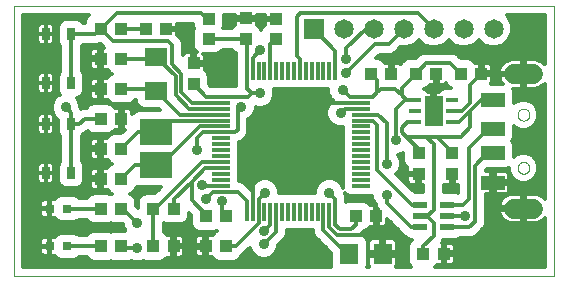
<source format=gtl>
G75*
%MOIN*%
%OFA0B0*%
%FSLAX25Y25*%
%IPPOS*%
%LPD*%
%AMOC8*
5,1,8,0,0,1.08239X$1,22.5*
%
%ADD10C,0.00000*%
%ADD11R,0.06299X0.01181*%
%ADD12R,0.01181X0.06299*%
%ADD13R,0.04331X0.01772*%
%ADD14R,0.06299X0.09843*%
%ADD15R,0.04252X0.04134*%
%ADD16R,0.04134X0.04252*%
%ADD17R,0.06299X0.07087*%
%ADD18R,0.03937X0.04331*%
%ADD19R,0.07480X0.05906*%
%ADD20R,0.04331X0.03937*%
%ADD21R,0.02559X0.04134*%
%ADD22R,0.04724X0.02362*%
%ADD23R,0.06500X0.06500*%
%ADD24C,0.06500*%
%ADD25C,0.06600*%
%ADD26R,0.07874X0.04724*%
%ADD27R,0.03150X0.03150*%
%ADD28R,0.10630X0.08661*%
%ADD29C,0.01200*%
%ADD30C,0.03562*%
D10*
X0024428Y0011800D02*
X0024428Y0101800D01*
X0204428Y0101800D01*
X0204428Y0011800D01*
X0024428Y0011800D01*
X0192459Y0047942D02*
X0192461Y0048030D01*
X0192467Y0048118D01*
X0192477Y0048206D01*
X0192491Y0048294D01*
X0192508Y0048380D01*
X0192530Y0048466D01*
X0192555Y0048550D01*
X0192585Y0048634D01*
X0192617Y0048716D01*
X0192654Y0048796D01*
X0192694Y0048875D01*
X0192738Y0048952D01*
X0192785Y0049027D01*
X0192835Y0049099D01*
X0192889Y0049170D01*
X0192945Y0049237D01*
X0193005Y0049303D01*
X0193067Y0049365D01*
X0193133Y0049425D01*
X0193200Y0049481D01*
X0193271Y0049535D01*
X0193343Y0049585D01*
X0193418Y0049632D01*
X0193495Y0049676D01*
X0193574Y0049716D01*
X0193654Y0049753D01*
X0193736Y0049785D01*
X0193820Y0049815D01*
X0193904Y0049840D01*
X0193990Y0049862D01*
X0194076Y0049879D01*
X0194164Y0049893D01*
X0194252Y0049903D01*
X0194340Y0049909D01*
X0194428Y0049911D01*
X0194516Y0049909D01*
X0194604Y0049903D01*
X0194692Y0049893D01*
X0194780Y0049879D01*
X0194866Y0049862D01*
X0194952Y0049840D01*
X0195036Y0049815D01*
X0195120Y0049785D01*
X0195202Y0049753D01*
X0195282Y0049716D01*
X0195361Y0049676D01*
X0195438Y0049632D01*
X0195513Y0049585D01*
X0195585Y0049535D01*
X0195656Y0049481D01*
X0195723Y0049425D01*
X0195789Y0049365D01*
X0195851Y0049303D01*
X0195911Y0049237D01*
X0195967Y0049170D01*
X0196021Y0049099D01*
X0196071Y0049027D01*
X0196118Y0048952D01*
X0196162Y0048875D01*
X0196202Y0048796D01*
X0196239Y0048716D01*
X0196271Y0048634D01*
X0196301Y0048550D01*
X0196326Y0048466D01*
X0196348Y0048380D01*
X0196365Y0048294D01*
X0196379Y0048206D01*
X0196389Y0048118D01*
X0196395Y0048030D01*
X0196397Y0047942D01*
X0196395Y0047854D01*
X0196389Y0047766D01*
X0196379Y0047678D01*
X0196365Y0047590D01*
X0196348Y0047504D01*
X0196326Y0047418D01*
X0196301Y0047334D01*
X0196271Y0047250D01*
X0196239Y0047168D01*
X0196202Y0047088D01*
X0196162Y0047009D01*
X0196118Y0046932D01*
X0196071Y0046857D01*
X0196021Y0046785D01*
X0195967Y0046714D01*
X0195911Y0046647D01*
X0195851Y0046581D01*
X0195789Y0046519D01*
X0195723Y0046459D01*
X0195656Y0046403D01*
X0195585Y0046349D01*
X0195513Y0046299D01*
X0195438Y0046252D01*
X0195361Y0046208D01*
X0195282Y0046168D01*
X0195202Y0046131D01*
X0195120Y0046099D01*
X0195036Y0046069D01*
X0194952Y0046044D01*
X0194866Y0046022D01*
X0194780Y0046005D01*
X0194692Y0045991D01*
X0194604Y0045981D01*
X0194516Y0045975D01*
X0194428Y0045973D01*
X0194340Y0045975D01*
X0194252Y0045981D01*
X0194164Y0045991D01*
X0194076Y0046005D01*
X0193990Y0046022D01*
X0193904Y0046044D01*
X0193820Y0046069D01*
X0193736Y0046099D01*
X0193654Y0046131D01*
X0193574Y0046168D01*
X0193495Y0046208D01*
X0193418Y0046252D01*
X0193343Y0046299D01*
X0193271Y0046349D01*
X0193200Y0046403D01*
X0193133Y0046459D01*
X0193067Y0046519D01*
X0193005Y0046581D01*
X0192945Y0046647D01*
X0192889Y0046714D01*
X0192835Y0046785D01*
X0192785Y0046857D01*
X0192738Y0046932D01*
X0192694Y0047009D01*
X0192654Y0047088D01*
X0192617Y0047168D01*
X0192585Y0047250D01*
X0192555Y0047334D01*
X0192530Y0047418D01*
X0192508Y0047504D01*
X0192491Y0047590D01*
X0192477Y0047678D01*
X0192467Y0047766D01*
X0192461Y0047854D01*
X0192459Y0047942D01*
X0192459Y0065658D02*
X0192461Y0065746D01*
X0192467Y0065834D01*
X0192477Y0065922D01*
X0192491Y0066010D01*
X0192508Y0066096D01*
X0192530Y0066182D01*
X0192555Y0066266D01*
X0192585Y0066350D01*
X0192617Y0066432D01*
X0192654Y0066512D01*
X0192694Y0066591D01*
X0192738Y0066668D01*
X0192785Y0066743D01*
X0192835Y0066815D01*
X0192889Y0066886D01*
X0192945Y0066953D01*
X0193005Y0067019D01*
X0193067Y0067081D01*
X0193133Y0067141D01*
X0193200Y0067197D01*
X0193271Y0067251D01*
X0193343Y0067301D01*
X0193418Y0067348D01*
X0193495Y0067392D01*
X0193574Y0067432D01*
X0193654Y0067469D01*
X0193736Y0067501D01*
X0193820Y0067531D01*
X0193904Y0067556D01*
X0193990Y0067578D01*
X0194076Y0067595D01*
X0194164Y0067609D01*
X0194252Y0067619D01*
X0194340Y0067625D01*
X0194428Y0067627D01*
X0194516Y0067625D01*
X0194604Y0067619D01*
X0194692Y0067609D01*
X0194780Y0067595D01*
X0194866Y0067578D01*
X0194952Y0067556D01*
X0195036Y0067531D01*
X0195120Y0067501D01*
X0195202Y0067469D01*
X0195282Y0067432D01*
X0195361Y0067392D01*
X0195438Y0067348D01*
X0195513Y0067301D01*
X0195585Y0067251D01*
X0195656Y0067197D01*
X0195723Y0067141D01*
X0195789Y0067081D01*
X0195851Y0067019D01*
X0195911Y0066953D01*
X0195967Y0066886D01*
X0196021Y0066815D01*
X0196071Y0066743D01*
X0196118Y0066668D01*
X0196162Y0066591D01*
X0196202Y0066512D01*
X0196239Y0066432D01*
X0196271Y0066350D01*
X0196301Y0066266D01*
X0196326Y0066182D01*
X0196348Y0066096D01*
X0196365Y0066010D01*
X0196379Y0065922D01*
X0196389Y0065834D01*
X0196395Y0065746D01*
X0196397Y0065658D01*
X0196395Y0065570D01*
X0196389Y0065482D01*
X0196379Y0065394D01*
X0196365Y0065306D01*
X0196348Y0065220D01*
X0196326Y0065134D01*
X0196301Y0065050D01*
X0196271Y0064966D01*
X0196239Y0064884D01*
X0196202Y0064804D01*
X0196162Y0064725D01*
X0196118Y0064648D01*
X0196071Y0064573D01*
X0196021Y0064501D01*
X0195967Y0064430D01*
X0195911Y0064363D01*
X0195851Y0064297D01*
X0195789Y0064235D01*
X0195723Y0064175D01*
X0195656Y0064119D01*
X0195585Y0064065D01*
X0195513Y0064015D01*
X0195438Y0063968D01*
X0195361Y0063924D01*
X0195282Y0063884D01*
X0195202Y0063847D01*
X0195120Y0063815D01*
X0195036Y0063785D01*
X0194952Y0063760D01*
X0194866Y0063738D01*
X0194780Y0063721D01*
X0194692Y0063707D01*
X0194604Y0063697D01*
X0194516Y0063691D01*
X0194428Y0063689D01*
X0194340Y0063691D01*
X0194252Y0063697D01*
X0194164Y0063707D01*
X0194076Y0063721D01*
X0193990Y0063738D01*
X0193904Y0063760D01*
X0193820Y0063785D01*
X0193736Y0063815D01*
X0193654Y0063847D01*
X0193574Y0063884D01*
X0193495Y0063924D01*
X0193418Y0063968D01*
X0193343Y0064015D01*
X0193271Y0064065D01*
X0193200Y0064119D01*
X0193133Y0064175D01*
X0193067Y0064235D01*
X0193005Y0064297D01*
X0192945Y0064363D01*
X0192889Y0064430D01*
X0192835Y0064501D01*
X0192785Y0064573D01*
X0192738Y0064648D01*
X0192694Y0064725D01*
X0192654Y0064804D01*
X0192617Y0064884D01*
X0192585Y0064966D01*
X0192555Y0065050D01*
X0192530Y0065134D01*
X0192508Y0065220D01*
X0192491Y0065306D01*
X0192477Y0065394D01*
X0192467Y0065482D01*
X0192461Y0065570D01*
X0192459Y0065658D01*
D11*
X0140354Y0065658D03*
X0140354Y0067627D03*
X0140354Y0069595D03*
X0140354Y0071564D03*
X0140354Y0063690D03*
X0140354Y0061721D03*
X0140354Y0059753D03*
X0140354Y0057784D03*
X0140354Y0055816D03*
X0140354Y0053847D03*
X0140354Y0051879D03*
X0140354Y0049910D03*
X0140354Y0047942D03*
X0140354Y0045973D03*
X0140354Y0044005D03*
X0140354Y0042036D03*
X0093503Y0042036D03*
X0093503Y0044005D03*
X0093503Y0045973D03*
X0093503Y0047942D03*
X0093503Y0049910D03*
X0093503Y0051879D03*
X0093503Y0053847D03*
X0093503Y0055816D03*
X0093503Y0057784D03*
X0093503Y0059753D03*
X0093503Y0061721D03*
X0093503Y0063690D03*
X0093503Y0065658D03*
X0093503Y0067627D03*
X0093503Y0069595D03*
X0093503Y0071564D03*
D12*
X0102165Y0080225D03*
X0104133Y0080225D03*
X0106102Y0080225D03*
X0108070Y0080225D03*
X0110039Y0080225D03*
X0112007Y0080225D03*
X0113976Y0080225D03*
X0115944Y0080225D03*
X0117913Y0080225D03*
X0119881Y0080225D03*
X0121850Y0080225D03*
X0123818Y0080225D03*
X0125787Y0080225D03*
X0127755Y0080225D03*
X0129724Y0080225D03*
X0131692Y0080225D03*
X0131692Y0033375D03*
X0129724Y0033375D03*
X0127755Y0033375D03*
X0125787Y0033375D03*
X0123818Y0033375D03*
X0121850Y0033375D03*
X0119881Y0033375D03*
X0117913Y0033375D03*
X0115944Y0033375D03*
X0113976Y0033375D03*
X0112007Y0033375D03*
X0110039Y0033375D03*
X0108070Y0033375D03*
X0106102Y0033375D03*
X0104133Y0033375D03*
X0102165Y0033375D03*
D13*
X0158129Y0063060D03*
X0158129Y0066800D03*
X0158129Y0070540D03*
X0170728Y0070540D03*
X0170728Y0066800D03*
X0170728Y0063060D03*
D14*
X0164428Y0066800D03*
D15*
X0159428Y0052745D03*
X0170678Y0052745D03*
X0170678Y0045855D03*
X0159428Y0045855D03*
X0084428Y0075855D03*
X0084428Y0082745D03*
X0101928Y0090855D03*
X0101928Y0097745D03*
D16*
X0060373Y0094300D03*
X0053484Y0094300D03*
X0053484Y0084300D03*
X0060373Y0084300D03*
X0060373Y0074300D03*
X0053484Y0074300D03*
X0053484Y0064300D03*
X0060373Y0064300D03*
X0060373Y0054300D03*
X0053484Y0054300D03*
X0053484Y0044300D03*
X0060373Y0044300D03*
X0070984Y0034300D03*
X0077873Y0034300D03*
X0088484Y0021800D03*
X0095373Y0021800D03*
X0138484Y0031800D03*
X0145373Y0031800D03*
X0160984Y0019300D03*
X0167873Y0019300D03*
X0165373Y0079300D03*
X0158484Y0079300D03*
X0150373Y0079300D03*
X0143484Y0079300D03*
X0173484Y0079300D03*
X0180373Y0079300D03*
D17*
X0147440Y0019300D03*
X0136417Y0019300D03*
D18*
X0095275Y0031800D03*
X0088582Y0031800D03*
X0077775Y0021800D03*
X0071082Y0021800D03*
X0060275Y0021800D03*
X0053582Y0021800D03*
X0053582Y0034300D03*
X0060275Y0034300D03*
X0068582Y0094300D03*
X0075275Y0094300D03*
D19*
X0071928Y0085009D03*
X0071928Y0073591D03*
D20*
X0089428Y0090954D03*
X0089428Y0097646D03*
X0111928Y0097646D03*
X0111928Y0090954D03*
D21*
X0043661Y0092469D03*
X0035196Y0092469D03*
X0035196Y0076131D03*
X0043661Y0076131D03*
X0043661Y0062469D03*
X0035196Y0062469D03*
X0035196Y0046131D03*
X0043661Y0046131D03*
D22*
X0159901Y0035540D03*
X0159901Y0031800D03*
X0159901Y0028060D03*
X0168956Y0028060D03*
X0168956Y0031800D03*
X0168956Y0035540D03*
D23*
X0124428Y0094300D03*
D24*
X0134428Y0094300D03*
X0144428Y0094300D03*
X0154428Y0094300D03*
X0164428Y0094300D03*
X0174428Y0094300D03*
X0184428Y0094300D03*
D25*
X0191128Y0079241D02*
X0197728Y0079241D01*
X0197728Y0034359D02*
X0191128Y0034359D01*
D26*
X0184192Y0043020D03*
X0184192Y0052863D03*
X0184192Y0060737D03*
X0184192Y0070580D03*
D27*
X0042381Y0034300D03*
X0036476Y0034300D03*
X0036476Y0021800D03*
X0042381Y0021800D03*
D28*
X0071928Y0048788D03*
X0071928Y0059812D03*
D29*
X0065885Y0059812D01*
X0060373Y0054300D01*
X0055722Y0058026D02*
X0053917Y0058026D01*
X0053917Y0054734D01*
X0053050Y0054734D01*
X0053050Y0058026D01*
X0051206Y0058026D01*
X0050799Y0057917D01*
X0050434Y0057706D01*
X0050136Y0057408D01*
X0049926Y0057044D01*
X0049817Y0056637D01*
X0049817Y0054733D01*
X0053050Y0054733D01*
X0053050Y0053867D01*
X0049817Y0053867D01*
X0049817Y0051963D01*
X0049926Y0051556D01*
X0050136Y0051192D01*
X0050434Y0050894D01*
X0050799Y0050683D01*
X0051206Y0050574D01*
X0053050Y0050574D01*
X0053050Y0053866D01*
X0053917Y0053866D01*
X0053917Y0050574D01*
X0055722Y0050574D01*
X0055763Y0050475D01*
X0056607Y0049631D01*
X0057406Y0049300D01*
X0056607Y0048969D01*
X0055763Y0048125D01*
X0055722Y0048026D01*
X0053917Y0048026D01*
X0053917Y0044734D01*
X0053050Y0044734D01*
X0053050Y0048026D01*
X0051206Y0048026D01*
X0050799Y0047917D01*
X0050434Y0047706D01*
X0050136Y0047408D01*
X0049926Y0047044D01*
X0049817Y0046637D01*
X0049817Y0044733D01*
X0053050Y0044733D01*
X0053050Y0043867D01*
X0049817Y0043867D01*
X0049817Y0041963D01*
X0049926Y0041556D01*
X0050136Y0041192D01*
X0050434Y0040894D01*
X0050799Y0040683D01*
X0051206Y0040574D01*
X0053050Y0040574D01*
X0053050Y0043866D01*
X0053917Y0043866D01*
X0053917Y0040574D01*
X0055722Y0040574D01*
X0055763Y0040475D01*
X0056607Y0039631D01*
X0057358Y0039320D01*
X0056928Y0039142D01*
X0056147Y0039465D01*
X0051017Y0039465D01*
X0049914Y0039009D01*
X0049070Y0038165D01*
X0048961Y0037900D01*
X0046173Y0037900D01*
X0045655Y0038418D01*
X0044553Y0038875D01*
X0040210Y0038875D01*
X0039107Y0038418D01*
X0038263Y0037574D01*
X0038222Y0037475D01*
X0036663Y0037475D01*
X0036663Y0034487D01*
X0036288Y0034487D01*
X0036288Y0034113D01*
X0033301Y0034113D01*
X0033301Y0032515D01*
X0033410Y0032108D01*
X0033621Y0031743D01*
X0033918Y0031445D01*
X0034283Y0031234D01*
X0034690Y0031125D01*
X0036288Y0031125D01*
X0036288Y0034113D01*
X0036663Y0034113D01*
X0036663Y0031125D01*
X0038222Y0031125D01*
X0038263Y0031026D01*
X0039107Y0030182D01*
X0040210Y0029725D01*
X0044553Y0029725D01*
X0045655Y0030182D01*
X0046173Y0030700D01*
X0048961Y0030700D01*
X0049070Y0030435D01*
X0049914Y0029591D01*
X0051017Y0029135D01*
X0056147Y0029135D01*
X0056928Y0029458D01*
X0057710Y0029135D01*
X0060897Y0029135D01*
X0060897Y0028661D01*
X0061600Y0026965D01*
X0057710Y0026965D01*
X0056928Y0026642D01*
X0056147Y0026965D01*
X0051017Y0026965D01*
X0049914Y0026509D01*
X0049070Y0025665D01*
X0048961Y0025400D01*
X0046173Y0025400D01*
X0045655Y0025918D01*
X0044553Y0026375D01*
X0040210Y0026375D01*
X0039107Y0025918D01*
X0038263Y0025074D01*
X0038222Y0024975D01*
X0036663Y0024975D01*
X0036663Y0021987D01*
X0036288Y0021987D01*
X0036288Y0021613D01*
X0033301Y0021613D01*
X0033301Y0020015D01*
X0033410Y0019608D01*
X0033621Y0019243D01*
X0033918Y0018945D01*
X0034283Y0018734D01*
X0034690Y0018625D01*
X0036288Y0018625D01*
X0036288Y0021613D01*
X0036663Y0021613D01*
X0036663Y0018625D01*
X0038222Y0018625D01*
X0038263Y0018526D01*
X0039107Y0017682D01*
X0040210Y0017225D01*
X0044553Y0017225D01*
X0045655Y0017682D01*
X0046173Y0018200D01*
X0048961Y0018200D01*
X0049070Y0017935D01*
X0049914Y0017091D01*
X0051017Y0016635D01*
X0056147Y0016635D01*
X0056928Y0016958D01*
X0057710Y0016635D01*
X0062840Y0016635D01*
X0063493Y0016905D01*
X0064727Y0016394D01*
X0066629Y0016394D01*
X0067864Y0016905D01*
X0068517Y0016635D01*
X0073647Y0016635D01*
X0074750Y0017091D01*
X0075594Y0017935D01*
X0075635Y0018035D01*
X0077391Y0018035D01*
X0077391Y0021416D01*
X0078159Y0021416D01*
X0078159Y0022184D01*
X0081343Y0022184D01*
X0081343Y0024176D01*
X0081234Y0024583D01*
X0081024Y0024948D01*
X0080726Y0025246D01*
X0080361Y0025456D01*
X0079954Y0025565D01*
X0078159Y0025565D01*
X0078159Y0022184D01*
X0077391Y0022184D01*
X0077391Y0025565D01*
X0075635Y0025565D01*
X0075594Y0025665D01*
X0074750Y0026509D01*
X0074584Y0026578D01*
X0074584Y0029433D01*
X0075210Y0029174D01*
X0080537Y0029174D01*
X0081640Y0029631D01*
X0082484Y0030475D01*
X0082940Y0031577D01*
X0082940Y0032885D01*
X0083614Y0032211D01*
X0083614Y0029038D01*
X0084070Y0027935D01*
X0084914Y0027091D01*
X0086017Y0026635D01*
X0091147Y0026635D01*
X0091928Y0026958D01*
X0092358Y0026780D01*
X0091607Y0026469D01*
X0090763Y0025625D01*
X0090722Y0025526D01*
X0088917Y0025526D01*
X0088917Y0022234D01*
X0088050Y0022234D01*
X0088050Y0025526D01*
X0086206Y0025526D01*
X0085799Y0025417D01*
X0085434Y0025206D01*
X0085136Y0024908D01*
X0084926Y0024544D01*
X0084817Y0024137D01*
X0084817Y0022233D01*
X0088050Y0022233D01*
X0088050Y0021367D01*
X0084817Y0021367D01*
X0084817Y0019463D01*
X0084926Y0019056D01*
X0085136Y0018692D01*
X0085434Y0018394D01*
X0085799Y0018183D01*
X0086206Y0018074D01*
X0088050Y0018074D01*
X0088050Y0021366D01*
X0088917Y0021366D01*
X0088917Y0018074D01*
X0090722Y0018074D01*
X0090763Y0017975D01*
X0091607Y0017131D01*
X0092710Y0016674D01*
X0098037Y0016674D01*
X0099140Y0017131D01*
X0099984Y0017975D01*
X0100257Y0018635D01*
X0100530Y0018748D01*
X0101543Y0019761D01*
X0103135Y0021353D01*
X0103813Y0019717D01*
X0105158Y0018372D01*
X0106915Y0017644D01*
X0108817Y0017644D01*
X0110574Y0018372D01*
X0111919Y0019717D01*
X0112647Y0021474D01*
X0112647Y0022115D01*
X0115059Y0024527D01*
X0115607Y0025850D01*
X0115607Y0027225D01*
X0124155Y0027225D01*
X0124155Y0026507D01*
X0124703Y0025184D01*
X0130267Y0019620D01*
X0130267Y0015160D01*
X0130416Y0014800D01*
X0027428Y0014800D01*
X0027428Y0098800D01*
X0049548Y0098800D01*
X0048873Y0098125D01*
X0048417Y0097023D01*
X0048417Y0096069D01*
X0047552Y0096069D01*
X0047484Y0096236D01*
X0046640Y0097079D01*
X0045537Y0097536D01*
X0041784Y0097536D01*
X0040682Y0097079D01*
X0039838Y0096236D01*
X0039381Y0095133D01*
X0039381Y0089806D01*
X0039838Y0088703D01*
X0040061Y0088480D01*
X0040061Y0080120D01*
X0039838Y0079897D01*
X0039381Y0078794D01*
X0039381Y0073467D01*
X0039838Y0072364D01*
X0039842Y0072361D01*
X0039220Y0072103D01*
X0037875Y0070758D01*
X0037147Y0069001D01*
X0037147Y0067099D01*
X0037875Y0065342D01*
X0039220Y0063997D01*
X0039381Y0063930D01*
X0039381Y0059806D01*
X0039838Y0058703D01*
X0040061Y0058480D01*
X0040061Y0050120D01*
X0039838Y0049897D01*
X0039381Y0048794D01*
X0039381Y0043467D01*
X0039838Y0042364D01*
X0040682Y0041520D01*
X0041784Y0041064D01*
X0045537Y0041064D01*
X0046640Y0041520D01*
X0047484Y0042364D01*
X0047940Y0043467D01*
X0047940Y0048794D01*
X0047484Y0049897D01*
X0047261Y0050120D01*
X0047261Y0058480D01*
X0047484Y0058703D01*
X0047641Y0059082D01*
X0048343Y0059373D01*
X0049159Y0060189D01*
X0049717Y0059631D01*
X0050820Y0059174D01*
X0056147Y0059174D01*
X0057250Y0059631D01*
X0058094Y0060475D01*
X0058135Y0060574D01*
X0059940Y0060574D01*
X0059940Y0063866D01*
X0060807Y0063866D01*
X0060807Y0060574D01*
X0061556Y0060574D01*
X0060408Y0059426D01*
X0057710Y0059426D01*
X0056607Y0058969D01*
X0055763Y0058125D01*
X0055722Y0058026D01*
X0056180Y0058542D02*
X0047323Y0058542D01*
X0047261Y0057343D02*
X0050099Y0057343D01*
X0049817Y0056145D02*
X0047261Y0056145D01*
X0047261Y0054946D02*
X0049817Y0054946D01*
X0049817Y0053748D02*
X0047261Y0053748D01*
X0047261Y0052549D02*
X0049817Y0052549D01*
X0050044Y0051351D02*
X0047261Y0051351D01*
X0047261Y0050152D02*
X0056085Y0050152D01*
X0056592Y0048954D02*
X0047874Y0048954D01*
X0047940Y0047755D02*
X0050519Y0047755D01*
X0049817Y0046557D02*
X0047940Y0046557D01*
X0047940Y0045358D02*
X0049817Y0045358D01*
X0047940Y0044160D02*
X0053050Y0044160D01*
X0053050Y0045358D02*
X0053917Y0045358D01*
X0053917Y0046557D02*
X0053050Y0046557D01*
X0053050Y0047755D02*
X0053917Y0047755D01*
X0060373Y0044300D02*
X0064862Y0048788D01*
X0071928Y0048788D01*
X0073604Y0048788D01*
X0086537Y0061721D01*
X0093503Y0061721D01*
X0093503Y0059753D02*
X0087694Y0059753D01*
X0085678Y0057737D01*
X0085678Y0053987D01*
X0087226Y0049910D02*
X0071616Y0034300D01*
X0070984Y0034300D01*
X0070984Y0021898D01*
X0071082Y0021800D01*
X0065678Y0021175D02*
X0060900Y0021175D01*
X0060275Y0021800D01*
X0053582Y0021800D02*
X0042381Y0021800D01*
X0038226Y0024984D02*
X0027428Y0024984D01*
X0027428Y0026182D02*
X0039745Y0026182D01*
X0036288Y0024975D02*
X0034690Y0024975D01*
X0034283Y0024866D01*
X0033918Y0024655D01*
X0033621Y0024357D01*
X0033410Y0023992D01*
X0033301Y0023585D01*
X0033301Y0021987D01*
X0036288Y0021987D01*
X0036288Y0024975D01*
X0036288Y0023785D02*
X0036663Y0023785D01*
X0036663Y0022587D02*
X0036288Y0022587D01*
X0036288Y0021388D02*
X0036663Y0021388D01*
X0036663Y0020190D02*
X0036288Y0020190D01*
X0036288Y0018991D02*
X0036663Y0018991D01*
X0038996Y0017793D02*
X0027428Y0017793D01*
X0027428Y0018991D02*
X0033872Y0018991D01*
X0033301Y0020190D02*
X0027428Y0020190D01*
X0027428Y0021388D02*
X0033301Y0021388D01*
X0033301Y0022587D02*
X0027428Y0022587D01*
X0027428Y0023785D02*
X0033354Y0023785D01*
X0027428Y0027381D02*
X0061428Y0027381D01*
X0060931Y0028579D02*
X0027428Y0028579D01*
X0027428Y0029778D02*
X0040083Y0029778D01*
X0038313Y0030976D02*
X0027428Y0030976D01*
X0027428Y0032175D02*
X0033392Y0032175D01*
X0033301Y0033373D02*
X0027428Y0033373D01*
X0027428Y0034572D02*
X0033301Y0034572D01*
X0033301Y0034487D02*
X0036288Y0034487D01*
X0036288Y0037475D01*
X0034690Y0037475D01*
X0034283Y0037366D01*
X0033918Y0037155D01*
X0033621Y0036857D01*
X0033410Y0036492D01*
X0033301Y0036085D01*
X0033301Y0034487D01*
X0033301Y0035770D02*
X0027428Y0035770D01*
X0027428Y0036969D02*
X0033732Y0036969D01*
X0036288Y0036969D02*
X0036663Y0036969D01*
X0036663Y0035770D02*
X0036288Y0035770D01*
X0036288Y0034572D02*
X0036663Y0034572D01*
X0036663Y0033373D02*
X0036288Y0033373D01*
X0036288Y0032175D02*
X0036663Y0032175D01*
X0042381Y0034300D02*
X0053582Y0034300D01*
X0060275Y0034300D02*
X0060991Y0034300D01*
X0065678Y0029612D01*
X0065917Y0034465D02*
X0065243Y0035139D01*
X0065243Y0037062D01*
X0064787Y0038165D01*
X0063943Y0039009D01*
X0063290Y0039279D01*
X0064140Y0039631D01*
X0064984Y0040475D01*
X0065440Y0041577D01*
X0065440Y0041696D01*
X0066017Y0041457D01*
X0073682Y0041457D01*
X0071651Y0039426D01*
X0068320Y0039426D01*
X0067217Y0038969D01*
X0066373Y0038125D01*
X0065917Y0037023D01*
X0065917Y0034465D01*
X0065917Y0034572D02*
X0065810Y0034572D01*
X0065917Y0035770D02*
X0065243Y0035770D01*
X0065243Y0036969D02*
X0065917Y0036969D01*
X0066415Y0038167D02*
X0064784Y0038167D01*
X0063500Y0039366D02*
X0068175Y0039366D01*
X0065021Y0040564D02*
X0072789Y0040564D01*
X0077866Y0037425D02*
X0083803Y0043362D01*
X0088383Y0047942D01*
X0093503Y0047942D01*
X0093503Y0049910D02*
X0087226Y0049910D01*
X0083803Y0043362D02*
X0083803Y0037113D01*
X0088582Y0032334D01*
X0088582Y0031800D01*
X0083614Y0032175D02*
X0082940Y0032175D01*
X0082691Y0030976D02*
X0083614Y0030976D01*
X0083614Y0029778D02*
X0081787Y0029778D01*
X0083804Y0028579D02*
X0074584Y0028579D01*
X0074584Y0027381D02*
X0084625Y0027381D01*
X0085212Y0024984D02*
X0080988Y0024984D01*
X0081343Y0023785D02*
X0084817Y0023785D01*
X0084817Y0022587D02*
X0081343Y0022587D01*
X0081343Y0021416D02*
X0078159Y0021416D01*
X0078159Y0018035D01*
X0079954Y0018035D01*
X0080361Y0018144D01*
X0080726Y0018354D01*
X0081024Y0018652D01*
X0081234Y0019017D01*
X0081343Y0019424D01*
X0081343Y0021416D01*
X0081343Y0021388D02*
X0088050Y0021388D01*
X0088050Y0020190D02*
X0088917Y0020190D01*
X0088917Y0018991D02*
X0088050Y0018991D01*
X0084963Y0018991D02*
X0081219Y0018991D01*
X0081343Y0020190D02*
X0084817Y0020190D01*
X0088050Y0022587D02*
X0088917Y0022587D01*
X0088917Y0023785D02*
X0088050Y0023785D01*
X0088050Y0024984D02*
X0088917Y0024984D01*
X0091320Y0026182D02*
X0075076Y0026182D01*
X0077391Y0024984D02*
X0078159Y0024984D01*
X0078159Y0023785D02*
X0077391Y0023785D01*
X0077391Y0022587D02*
X0078159Y0022587D01*
X0078159Y0021388D02*
X0077391Y0021388D01*
X0077391Y0020190D02*
X0078159Y0020190D01*
X0078159Y0018991D02*
X0077391Y0018991D01*
X0075451Y0017793D02*
X0090945Y0017793D01*
X0095373Y0021800D02*
X0098491Y0021800D01*
X0106102Y0029411D01*
X0106102Y0033375D01*
X0106102Y0037536D01*
X0108178Y0039613D01*
X0103448Y0040685D02*
X0102168Y0041964D01*
X0101155Y0042977D01*
X0099832Y0043525D01*
X0099653Y0043525D01*
X0099653Y0056409D01*
X0100358Y0056701D01*
X0101155Y0057498D01*
X0102168Y0058511D01*
X0102716Y0059834D01*
X0102716Y0064161D01*
X0103074Y0064309D01*
X0104419Y0065654D01*
X0105147Y0067411D01*
X0105147Y0068171D01*
X0105665Y0067956D01*
X0107567Y0067956D01*
X0109324Y0068684D01*
X0110669Y0070029D01*
X0111397Y0071786D01*
X0111397Y0073689D01*
X0111237Y0074076D01*
X0129335Y0074076D01*
X0129335Y0073036D01*
X0130063Y0071279D01*
X0131017Y0070325D01*
X0130783Y0070228D01*
X0129438Y0068883D01*
X0128710Y0067126D01*
X0128710Y0065224D01*
X0129438Y0063467D01*
X0130783Y0062122D01*
X0132540Y0061394D01*
X0134204Y0061394D01*
X0134204Y0041331D01*
X0133794Y0042321D01*
X0132449Y0043666D01*
X0130692Y0044394D01*
X0128790Y0044394D01*
X0127033Y0043666D01*
X0125688Y0042321D01*
X0124960Y0040564D01*
X0112959Y0040564D01*
X0112960Y0040564D02*
X0112232Y0042321D01*
X0110887Y0043666D01*
X0109129Y0044394D01*
X0107227Y0044394D01*
X0105470Y0043666D01*
X0104125Y0042321D01*
X0103448Y0040685D01*
X0103894Y0041763D02*
X0102369Y0041763D01*
X0101171Y0042961D02*
X0104766Y0042961D01*
X0104133Y0044005D02*
X0109428Y0049300D01*
X0099653Y0048954D02*
X0134204Y0048954D01*
X0134204Y0050152D02*
X0099653Y0050152D01*
X0099653Y0051351D02*
X0134204Y0051351D01*
X0134204Y0052549D02*
X0099653Y0052549D01*
X0099653Y0053748D02*
X0134204Y0053748D01*
X0134204Y0054946D02*
X0099653Y0054946D01*
X0099653Y0056145D02*
X0134204Y0056145D01*
X0134204Y0057343D02*
X0101001Y0057343D01*
X0102181Y0058542D02*
X0134204Y0058542D01*
X0134204Y0059740D02*
X0102677Y0059740D01*
X0102716Y0060939D02*
X0134204Y0060939D01*
X0130767Y0062137D02*
X0102716Y0062137D01*
X0102716Y0063336D02*
X0129568Y0063336D01*
X0128995Y0064534D02*
X0103299Y0064534D01*
X0104452Y0065733D02*
X0128710Y0065733D01*
X0128710Y0066932D02*
X0104948Y0066932D01*
X0105147Y0068130D02*
X0105246Y0068130D01*
X0107986Y0068130D02*
X0129126Y0068130D01*
X0129883Y0069329D02*
X0109969Y0069329D01*
X0110875Y0070527D02*
X0130815Y0070527D01*
X0129724Y0069595D02*
X0124428Y0064300D01*
X0133491Y0066175D02*
X0134943Y0067627D01*
X0140354Y0067627D01*
X0140354Y0065658D02*
X0145883Y0065658D01*
X0148803Y0062737D01*
X0148803Y0049300D01*
X0153129Y0051351D02*
X0154302Y0051351D01*
X0154302Y0052549D02*
X0153406Y0052549D01*
X0152879Y0052331D02*
X0154302Y0052921D01*
X0154302Y0050081D01*
X0154759Y0048979D01*
X0155603Y0048135D01*
X0155702Y0048094D01*
X0155702Y0046289D01*
X0158995Y0046289D01*
X0158995Y0045422D01*
X0155702Y0045422D01*
X0155702Y0043578D01*
X0155812Y0043171D01*
X0156022Y0042806D01*
X0156320Y0042508D01*
X0156685Y0042297D01*
X0157092Y0042188D01*
X0158995Y0042188D01*
X0158995Y0045422D01*
X0159862Y0045422D01*
X0159862Y0042188D01*
X0160828Y0042188D01*
X0160828Y0039721D01*
X0158161Y0039721D01*
X0152074Y0045809D01*
X0152857Y0046592D01*
X0153585Y0048349D01*
X0153585Y0050251D01*
X0152857Y0052008D01*
X0152534Y0052331D01*
X0152879Y0052331D01*
X0153585Y0050152D02*
X0154302Y0050152D01*
X0154784Y0048954D02*
X0153585Y0048954D01*
X0153339Y0047755D02*
X0155702Y0047755D01*
X0155702Y0046557D02*
X0152822Y0046557D01*
X0152524Y0045358D02*
X0155702Y0045358D01*
X0155702Y0044160D02*
X0153722Y0044160D01*
X0154921Y0042961D02*
X0155932Y0042961D01*
X0156119Y0041763D02*
X0160828Y0041763D01*
X0160828Y0040564D02*
X0157318Y0040564D01*
X0158995Y0042961D02*
X0159862Y0042961D01*
X0159862Y0044160D02*
X0158995Y0044160D01*
X0158995Y0045358D02*
X0159862Y0045358D01*
X0168028Y0042272D02*
X0168342Y0042188D01*
X0170245Y0042188D01*
X0170245Y0045422D01*
X0171112Y0045422D01*
X0171112Y0042188D01*
X0172703Y0042188D01*
X0172703Y0039395D01*
X0171915Y0039721D01*
X0168028Y0039721D01*
X0168028Y0042272D01*
X0168028Y0041763D02*
X0172703Y0041763D01*
X0172703Y0040564D02*
X0168028Y0040564D01*
X0170245Y0042961D02*
X0171112Y0042961D01*
X0171112Y0044160D02*
X0170245Y0044160D01*
X0170245Y0045358D02*
X0171112Y0045358D01*
X0178178Y0048675D02*
X0182366Y0052863D01*
X0184192Y0052863D01*
X0191129Y0052549D02*
X0192569Y0052549D01*
X0193440Y0052910D02*
X0191614Y0052154D01*
X0191129Y0051669D01*
X0191129Y0055822D01*
X0190724Y0056800D01*
X0191129Y0057778D01*
X0191129Y0061931D01*
X0191614Y0061446D01*
X0193440Y0060690D01*
X0195417Y0060690D01*
X0197243Y0061446D01*
X0198641Y0062844D01*
X0199397Y0064670D01*
X0199397Y0066647D01*
X0198641Y0068473D01*
X0197243Y0069870D01*
X0195417Y0070627D01*
X0193440Y0070627D01*
X0191614Y0069870D01*
X0191129Y0069386D01*
X0191129Y0073538D01*
X0190797Y0074341D01*
X0194044Y0074341D01*
X0194044Y0078857D01*
X0186228Y0078857D01*
X0186228Y0078855D01*
X0186349Y0078094D01*
X0186587Y0077360D01*
X0186938Y0076673D01*
X0187391Y0076049D01*
X0187498Y0075942D01*
X0183471Y0075942D01*
X0183721Y0076192D01*
X0183931Y0076556D01*
X0184040Y0076963D01*
X0184040Y0078867D01*
X0180807Y0078867D01*
X0180807Y0079733D01*
X0184040Y0079733D01*
X0184040Y0081637D01*
X0183931Y0082044D01*
X0183721Y0082408D01*
X0183423Y0082706D01*
X0183058Y0082917D01*
X0182651Y0083026D01*
X0180807Y0083026D01*
X0180807Y0079734D01*
X0179940Y0079734D01*
X0179940Y0083026D01*
X0178135Y0083026D01*
X0178094Y0083125D01*
X0177250Y0083969D01*
X0176147Y0084426D01*
X0173456Y0084426D01*
X0173105Y0084777D01*
X0172093Y0085789D01*
X0170770Y0086337D01*
X0161205Y0086337D01*
X0159882Y0085789D01*
X0158518Y0084426D01*
X0155820Y0084426D01*
X0154717Y0083969D01*
X0153873Y0083125D01*
X0153619Y0082510D01*
X0153423Y0082706D01*
X0153058Y0082917D01*
X0152651Y0083026D01*
X0150807Y0083026D01*
X0150807Y0079734D01*
X0149940Y0079734D01*
X0149940Y0083026D01*
X0148135Y0083026D01*
X0148094Y0083125D01*
X0147250Y0083969D01*
X0146147Y0084426D01*
X0145271Y0084426D01*
X0146545Y0085700D01*
X0150145Y0085700D01*
X0151468Y0086248D01*
X0152480Y0087261D01*
X0153270Y0088050D01*
X0155672Y0088050D01*
X0157969Y0089002D01*
X0159428Y0090461D01*
X0160888Y0089002D01*
X0163185Y0088050D01*
X0165672Y0088050D01*
X0167969Y0089002D01*
X0169428Y0090461D01*
X0170888Y0089002D01*
X0173185Y0088050D01*
X0175672Y0088050D01*
X0177969Y0089002D01*
X0179428Y0090461D01*
X0180888Y0089002D01*
X0183185Y0088050D01*
X0185672Y0088050D01*
X0187969Y0089002D01*
X0189727Y0090760D01*
X0190678Y0093057D01*
X0190678Y0095543D01*
X0189727Y0097840D01*
X0188767Y0098800D01*
X0201428Y0098800D01*
X0201428Y0082471D01*
X0200921Y0082978D01*
X0200297Y0083432D01*
X0199609Y0083782D01*
X0198876Y0084020D01*
X0198114Y0084141D01*
X0194813Y0084141D01*
X0194813Y0079625D01*
X0194044Y0079625D01*
X0194044Y0078857D01*
X0194813Y0078857D01*
X0194813Y0074341D01*
X0198114Y0074341D01*
X0198876Y0074462D01*
X0199609Y0074700D01*
X0200297Y0075050D01*
X0200921Y0075503D01*
X0201428Y0076011D01*
X0201428Y0037589D01*
X0200921Y0038097D01*
X0200297Y0038550D01*
X0199609Y0038900D01*
X0198876Y0039138D01*
X0198114Y0039259D01*
X0194813Y0039259D01*
X0194813Y0034743D01*
X0194044Y0034743D01*
X0194044Y0033975D01*
X0186228Y0033975D01*
X0186228Y0033973D01*
X0186349Y0033212D01*
X0186587Y0032478D01*
X0186938Y0031791D01*
X0187391Y0031167D01*
X0187936Y0030622D01*
X0188560Y0030168D01*
X0189248Y0029818D01*
X0189981Y0029580D01*
X0190743Y0029459D01*
X0194044Y0029459D01*
X0194044Y0033975D01*
X0194813Y0033975D01*
X0194813Y0029459D01*
X0198114Y0029459D01*
X0198876Y0029580D01*
X0199609Y0029818D01*
X0200297Y0030168D01*
X0200921Y0030622D01*
X0201428Y0031129D01*
X0201428Y0014800D01*
X0164919Y0014800D01*
X0165594Y0015475D01*
X0165635Y0015574D01*
X0167440Y0015574D01*
X0167440Y0018866D01*
X0168307Y0018866D01*
X0168307Y0015574D01*
X0170151Y0015574D01*
X0170558Y0015683D01*
X0170923Y0015894D01*
X0171221Y0016192D01*
X0171431Y0016556D01*
X0171540Y0016963D01*
X0171540Y0018867D01*
X0168307Y0018867D01*
X0168307Y0019733D01*
X0171540Y0019733D01*
X0171540Y0021637D01*
X0171431Y0022044D01*
X0171221Y0022408D01*
X0170923Y0022706D01*
X0170558Y0022917D01*
X0170151Y0023026D01*
X0168307Y0023026D01*
X0168307Y0019734D01*
X0167440Y0019734D01*
X0167440Y0023026D01*
X0167308Y0023026D01*
X0167480Y0023198D01*
X0167762Y0023879D01*
X0171915Y0023879D01*
X0173018Y0024335D01*
X0173142Y0024460D01*
X0177029Y0024460D01*
X0178353Y0025008D01*
X0181230Y0027886D01*
X0181778Y0029209D01*
X0181778Y0039058D01*
X0183611Y0039058D01*
X0183611Y0042439D01*
X0184773Y0042439D01*
X0184773Y0039058D01*
X0188340Y0039058D01*
X0188747Y0039167D01*
X0189112Y0039378D01*
X0189410Y0039676D01*
X0189620Y0040041D01*
X0189729Y0040448D01*
X0189729Y0042439D01*
X0184773Y0042439D01*
X0184773Y0043602D01*
X0183611Y0043602D01*
X0183611Y0046983D01*
X0181778Y0046983D01*
X0181778Y0047184D01*
X0182095Y0047501D01*
X0188726Y0047501D01*
X0189460Y0047805D01*
X0189460Y0046953D01*
X0190216Y0045127D01*
X0191614Y0043730D01*
X0193440Y0042973D01*
X0195417Y0042973D01*
X0197243Y0043730D01*
X0198641Y0045127D01*
X0199397Y0046953D01*
X0199397Y0048930D01*
X0198641Y0050756D01*
X0197243Y0052154D01*
X0195417Y0052910D01*
X0193440Y0052910D01*
X0191129Y0053748D02*
X0201428Y0053748D01*
X0201428Y0054946D02*
X0191129Y0054946D01*
X0190995Y0056145D02*
X0201428Y0056145D01*
X0201428Y0057343D02*
X0190949Y0057343D01*
X0191129Y0058542D02*
X0201428Y0058542D01*
X0201428Y0059740D02*
X0191129Y0059740D01*
X0191129Y0060939D02*
X0192839Y0060939D01*
X0196018Y0060939D02*
X0201428Y0060939D01*
X0201428Y0062137D02*
X0197934Y0062137D01*
X0198844Y0063336D02*
X0201428Y0063336D01*
X0201428Y0064534D02*
X0199341Y0064534D01*
X0199397Y0065733D02*
X0201428Y0065733D01*
X0201428Y0066932D02*
X0199279Y0066932D01*
X0198782Y0068130D02*
X0201428Y0068130D01*
X0201428Y0069329D02*
X0197785Y0069329D01*
X0195657Y0070527D02*
X0201428Y0070527D01*
X0201428Y0071726D02*
X0191129Y0071726D01*
X0191129Y0072924D02*
X0201428Y0072924D01*
X0201428Y0074123D02*
X0190887Y0074123D01*
X0194044Y0075321D02*
X0194813Y0075321D01*
X0194813Y0076520D02*
X0194044Y0076520D01*
X0194044Y0077718D02*
X0194813Y0077718D01*
X0194044Y0078917D02*
X0180807Y0078917D01*
X0180373Y0079300D02*
X0176616Y0075543D01*
X0176616Y0069613D01*
X0173803Y0066800D01*
X0170728Y0066800D01*
X0172876Y0063060D02*
X0176616Y0066800D01*
X0180366Y0070550D01*
X0184163Y0070550D01*
X0184192Y0070580D01*
X0191129Y0070527D02*
X0193199Y0070527D01*
X0200670Y0075321D02*
X0201428Y0075321D01*
X0194813Y0080115D02*
X0194044Y0080115D01*
X0194044Y0079625D02*
X0194044Y0084141D01*
X0190743Y0084141D01*
X0189981Y0084020D01*
X0189248Y0083782D01*
X0188560Y0083432D01*
X0187936Y0082978D01*
X0187391Y0082433D01*
X0186938Y0081809D01*
X0186587Y0081122D01*
X0186349Y0080388D01*
X0186228Y0079627D01*
X0186228Y0079625D01*
X0194044Y0079625D01*
X0194044Y0081314D02*
X0194813Y0081314D01*
X0194813Y0082512D02*
X0194044Y0082512D01*
X0194044Y0083711D02*
X0194813Y0083711D01*
X0199749Y0083711D02*
X0201428Y0083711D01*
X0201428Y0084909D02*
X0172973Y0084909D01*
X0171324Y0086108D02*
X0201428Y0086108D01*
X0201428Y0087306D02*
X0152526Y0087306D01*
X0151129Y0086108D02*
X0160650Y0086108D01*
X0159002Y0084909D02*
X0145754Y0084909D01*
X0147508Y0083711D02*
X0154459Y0083711D01*
X0153619Y0082512D02*
X0153617Y0082512D01*
X0150807Y0082512D02*
X0149940Y0082512D01*
X0149940Y0081314D02*
X0150807Y0081314D01*
X0150807Y0080115D02*
X0149940Y0080115D01*
X0145678Y0077105D02*
X0143484Y0079300D01*
X0145678Y0077105D02*
X0145678Y0073050D01*
X0146928Y0074300D01*
X0151616Y0074300D01*
X0153803Y0072113D01*
X0153803Y0074620D01*
X0158484Y0079300D01*
X0161921Y0082738D01*
X0170053Y0082738D01*
X0173484Y0079307D01*
X0173484Y0079300D01*
X0168619Y0076090D02*
X0168873Y0075475D01*
X0169717Y0074631D01*
X0170212Y0074426D01*
X0167966Y0074426D01*
X0166863Y0073969D01*
X0166215Y0073321D01*
X0165028Y0073321D01*
X0165028Y0067400D01*
X0163828Y0067400D01*
X0163828Y0073321D01*
X0162642Y0073321D01*
X0161994Y0073969D01*
X0161323Y0074247D01*
X0162250Y0074631D01*
X0163094Y0075475D01*
X0163135Y0075574D01*
X0164940Y0075574D01*
X0164940Y0078866D01*
X0165807Y0078866D01*
X0165807Y0075574D01*
X0167651Y0075574D01*
X0168058Y0075683D01*
X0168423Y0075894D01*
X0168619Y0076090D01*
X0169027Y0075321D02*
X0162940Y0075321D01*
X0161624Y0074123D02*
X0167233Y0074123D01*
X0165028Y0072924D02*
X0163828Y0072924D01*
X0163828Y0071726D02*
X0165028Y0071726D01*
X0165028Y0070527D02*
X0163828Y0070527D01*
X0163828Y0069329D02*
X0165028Y0069329D01*
X0165028Y0068130D02*
X0163828Y0068130D01*
X0158129Y0070540D02*
X0155376Y0070540D01*
X0155044Y0070540D01*
X0151928Y0067425D01*
X0151928Y0057112D01*
X0153803Y0059925D02*
X0155366Y0058362D01*
X0159428Y0054300D01*
X0159428Y0052745D01*
X0164428Y0055862D02*
X0161928Y0058362D01*
X0165678Y0058362D01*
X0173491Y0058362D01*
X0176616Y0061487D01*
X0176616Y0066800D01*
X0172876Y0063060D02*
X0170728Y0063060D01*
X0165678Y0058362D02*
X0170678Y0053362D01*
X0170678Y0052745D01*
X0176303Y0054612D02*
X0182428Y0060737D01*
X0184192Y0060737D01*
X0176303Y0054612D02*
X0176303Y0037425D01*
X0174419Y0035540D01*
X0168956Y0035540D01*
X0164428Y0033988D02*
X0164428Y0055862D01*
X0161928Y0058362D02*
X0155366Y0058362D01*
X0153803Y0059925D02*
X0153803Y0061175D01*
X0155678Y0063050D01*
X0158119Y0063050D01*
X0158129Y0063060D01*
X0145678Y0062112D02*
X0145678Y0047112D01*
X0157241Y0035550D01*
X0159891Y0035550D01*
X0159901Y0035540D01*
X0162241Y0031800D02*
X0164428Y0033988D01*
X0162241Y0031800D02*
X0159901Y0031800D01*
X0162241Y0031800D02*
X0164428Y0029612D01*
X0164428Y0025237D01*
X0160984Y0021793D01*
X0160984Y0019300D01*
X0155917Y0018991D02*
X0148040Y0018991D01*
X0148040Y0018700D02*
X0148040Y0019900D01*
X0146840Y0019900D01*
X0146840Y0018700D01*
X0142691Y0018700D01*
X0142691Y0015546D01*
X0142800Y0015139D01*
X0142996Y0014800D01*
X0142417Y0014800D01*
X0142566Y0015160D01*
X0142566Y0023440D01*
X0142110Y0024543D01*
X0141266Y0025387D01*
X0140357Y0025763D01*
X0140530Y0025936D01*
X0141354Y0026760D01*
X0142250Y0027131D01*
X0143094Y0027975D01*
X0143135Y0028074D01*
X0144940Y0028074D01*
X0144940Y0031366D01*
X0145807Y0031366D01*
X0145807Y0028074D01*
X0147651Y0028074D01*
X0148058Y0028183D01*
X0148423Y0028394D01*
X0148721Y0028692D01*
X0148931Y0029056D01*
X0149040Y0029463D01*
X0149040Y0030847D01*
X0154879Y0025008D01*
X0155370Y0024805D01*
X0155839Y0024335D01*
X0156942Y0023879D01*
X0157127Y0023879D01*
X0156373Y0023125D01*
X0155917Y0022023D01*
X0155917Y0016577D01*
X0156373Y0015475D01*
X0157048Y0014800D01*
X0151885Y0014800D01*
X0152081Y0015139D01*
X0152190Y0015546D01*
X0152190Y0018700D01*
X0148040Y0018700D01*
X0148040Y0019900D02*
X0152190Y0019900D01*
X0152190Y0023054D01*
X0152081Y0023461D01*
X0151870Y0023826D01*
X0151572Y0024124D01*
X0151207Y0024334D01*
X0150801Y0024443D01*
X0148040Y0024443D01*
X0148040Y0019900D01*
X0148040Y0020190D02*
X0146840Y0020190D01*
X0146840Y0019900D02*
X0146840Y0024443D01*
X0144080Y0024443D01*
X0143673Y0024334D01*
X0143308Y0024124D01*
X0143010Y0023826D01*
X0142800Y0023461D01*
X0142691Y0023054D01*
X0142691Y0019900D01*
X0146840Y0019900D01*
X0146840Y0018991D02*
X0142566Y0018991D01*
X0142566Y0017793D02*
X0142691Y0017793D01*
X0142691Y0016594D02*
X0142566Y0016594D01*
X0142566Y0015396D02*
X0142731Y0015396D01*
X0142691Y0020190D02*
X0142566Y0020190D01*
X0142566Y0021388D02*
X0142691Y0021388D01*
X0142691Y0022587D02*
X0142566Y0022587D01*
X0142423Y0023785D02*
X0142987Y0023785D01*
X0141669Y0024984D02*
X0154938Y0024984D01*
X0153705Y0026182D02*
X0140777Y0026182D01*
X0140530Y0025936D02*
X0140530Y0025936D01*
X0142500Y0027381D02*
X0152507Y0027381D01*
X0151308Y0028579D02*
X0148608Y0028579D01*
X0149040Y0029778D02*
X0150110Y0029778D01*
X0145807Y0029778D02*
X0144940Y0029778D01*
X0144940Y0030976D02*
X0145807Y0030976D01*
X0145807Y0032234D02*
X0144940Y0032234D01*
X0144940Y0035526D01*
X0143135Y0035526D01*
X0143094Y0035625D01*
X0142250Y0036469D01*
X0141147Y0036926D01*
X0135820Y0036926D01*
X0135292Y0036707D01*
X0135292Y0038377D01*
X0134771Y0039636D01*
X0135505Y0038902D01*
X0136607Y0038446D01*
X0144022Y0038446D01*
X0144022Y0038036D01*
X0144750Y0036279D01*
X0145203Y0035826D01*
X0145203Y0035459D01*
X0145752Y0034136D01*
X0145807Y0034080D01*
X0145807Y0032234D01*
X0145807Y0033373D02*
X0144940Y0033373D01*
X0144940Y0034572D02*
X0145571Y0034572D01*
X0145203Y0035770D02*
X0142949Y0035770D01*
X0144465Y0036969D02*
X0135292Y0036969D01*
X0135292Y0038167D02*
X0144022Y0038167D01*
X0148803Y0038988D02*
X0148803Y0036175D01*
X0156919Y0028060D01*
X0159901Y0028060D01*
X0168956Y0028060D02*
X0176313Y0028060D01*
X0178178Y0029925D01*
X0178178Y0048675D01*
X0183611Y0046557D02*
X0184773Y0046557D01*
X0184773Y0046983D02*
X0184773Y0043602D01*
X0189729Y0043602D01*
X0189729Y0045593D01*
X0189620Y0046000D01*
X0189410Y0046365D01*
X0189112Y0046663D01*
X0188747Y0046874D01*
X0188340Y0046983D01*
X0184773Y0046983D01*
X0184773Y0045358D02*
X0183611Y0045358D01*
X0183611Y0044160D02*
X0184773Y0044160D01*
X0184773Y0042961D02*
X0201428Y0042961D01*
X0201428Y0041763D02*
X0189729Y0041763D01*
X0189729Y0040564D02*
X0201428Y0040564D01*
X0201428Y0039366D02*
X0189091Y0039366D01*
X0189248Y0038900D02*
X0189981Y0039138D01*
X0190743Y0039259D01*
X0194044Y0039259D01*
X0194044Y0034743D01*
X0186228Y0034743D01*
X0186228Y0034745D01*
X0186349Y0035506D01*
X0186587Y0036240D01*
X0186938Y0036927D01*
X0187391Y0037551D01*
X0187936Y0038097D01*
X0188560Y0038550D01*
X0189248Y0038900D01*
X0188034Y0038167D02*
X0181778Y0038167D01*
X0181778Y0036969D02*
X0186968Y0036969D01*
X0186435Y0035770D02*
X0181778Y0035770D01*
X0181778Y0034572D02*
X0194044Y0034572D01*
X0194044Y0035770D02*
X0194813Y0035770D01*
X0194813Y0036969D02*
X0194044Y0036969D01*
X0194044Y0038167D02*
X0194813Y0038167D01*
X0200823Y0038167D02*
X0201428Y0038167D01*
X0201428Y0044160D02*
X0197673Y0044160D01*
X0198736Y0045358D02*
X0201428Y0045358D01*
X0201428Y0046557D02*
X0199233Y0046557D01*
X0199397Y0047755D02*
X0201428Y0047755D01*
X0201428Y0048954D02*
X0199387Y0048954D01*
X0198891Y0050152D02*
X0201428Y0050152D01*
X0201428Y0051351D02*
X0198046Y0051351D01*
X0196288Y0052549D02*
X0201428Y0052549D01*
X0189460Y0047755D02*
X0189341Y0047755D01*
X0189218Y0046557D02*
X0189624Y0046557D01*
X0189729Y0045358D02*
X0190121Y0045358D01*
X0189729Y0044160D02*
X0191184Y0044160D01*
X0184773Y0041763D02*
X0183611Y0041763D01*
X0183611Y0040564D02*
X0184773Y0040564D01*
X0184773Y0039366D02*
X0183611Y0039366D01*
X0181778Y0033373D02*
X0186324Y0033373D01*
X0186742Y0032175D02*
X0181778Y0032175D01*
X0181778Y0030976D02*
X0187582Y0030976D01*
X0189372Y0029778D02*
X0181778Y0029778D01*
X0181518Y0028579D02*
X0201428Y0028579D01*
X0201428Y0027381D02*
X0180725Y0027381D01*
X0179527Y0026182D02*
X0201428Y0026182D01*
X0201428Y0024984D02*
X0178294Y0024984D01*
X0171042Y0022587D02*
X0201428Y0022587D01*
X0201428Y0023785D02*
X0167723Y0023785D01*
X0167440Y0022587D02*
X0168307Y0022587D01*
X0168307Y0021388D02*
X0167440Y0021388D01*
X0167440Y0020190D02*
X0168307Y0020190D01*
X0168307Y0018991D02*
X0201428Y0018991D01*
X0201428Y0017793D02*
X0171540Y0017793D01*
X0171441Y0016594D02*
X0201428Y0016594D01*
X0201428Y0015396D02*
X0165515Y0015396D01*
X0167440Y0016594D02*
X0168307Y0016594D01*
X0168307Y0017793D02*
X0167440Y0017793D01*
X0171540Y0020190D02*
X0201428Y0020190D01*
X0201428Y0021388D02*
X0171540Y0021388D01*
X0157033Y0023785D02*
X0151894Y0023785D01*
X0152190Y0022587D02*
X0156150Y0022587D01*
X0155917Y0021388D02*
X0152190Y0021388D01*
X0152190Y0020190D02*
X0155917Y0020190D01*
X0155917Y0017793D02*
X0152190Y0017793D01*
X0152190Y0016594D02*
X0155917Y0016594D01*
X0156452Y0015396D02*
X0152150Y0015396D01*
X0148040Y0021388D02*
X0146840Y0021388D01*
X0146840Y0022587D02*
X0148040Y0022587D01*
X0148040Y0023785D02*
X0146840Y0023785D01*
X0149116Y0025550D02*
X0150053Y0026487D01*
X0149116Y0025550D02*
X0132241Y0025550D01*
X0129724Y0028067D01*
X0129724Y0033375D01*
X0131692Y0033375D02*
X0131692Y0037661D01*
X0129741Y0039613D01*
X0124960Y0039524D02*
X0124960Y0040564D01*
X0124960Y0039524D02*
X0124599Y0039524D01*
X0112960Y0039524D01*
X0112960Y0040564D01*
X0112463Y0041763D02*
X0125457Y0041763D01*
X0126328Y0042961D02*
X0111591Y0042961D01*
X0109694Y0044160D02*
X0128226Y0044160D01*
X0131256Y0044160D02*
X0134204Y0044160D01*
X0134204Y0045358D02*
X0099653Y0045358D01*
X0099653Y0044160D02*
X0106663Y0044160D01*
X0104133Y0044005D02*
X0104133Y0033375D01*
X0102165Y0033375D02*
X0102165Y0036876D01*
X0099116Y0039925D01*
X0090991Y0039925D01*
X0088491Y0037425D01*
X0093803Y0036800D02*
X0093803Y0033271D01*
X0095275Y0031800D01*
X0095366Y0031709D01*
X0107866Y0026800D02*
X0110039Y0028973D01*
X0110039Y0033375D01*
X0112007Y0033375D02*
X0112007Y0026566D01*
X0107866Y0022425D01*
X0111194Y0018991D02*
X0130267Y0018991D01*
X0130267Y0017793D02*
X0109176Y0017793D01*
X0106556Y0017793D02*
X0099801Y0017793D01*
X0100773Y0018991D02*
X0104538Y0018991D01*
X0103617Y0020190D02*
X0101972Y0020190D01*
X0112115Y0020190D02*
X0129698Y0020190D01*
X0128499Y0021388D02*
X0112611Y0021388D01*
X0113119Y0022587D02*
X0127301Y0022587D01*
X0126102Y0023785D02*
X0114317Y0023785D01*
X0115248Y0024984D02*
X0124904Y0024984D01*
X0124290Y0026182D02*
X0115607Y0026182D01*
X0127755Y0027223D02*
X0135678Y0019300D01*
X0136417Y0019300D01*
X0130267Y0016594D02*
X0067113Y0016594D01*
X0064244Y0016594D02*
X0027428Y0016594D01*
X0027428Y0015396D02*
X0130267Y0015396D01*
X0127755Y0027223D02*
X0127755Y0033375D01*
X0131692Y0033375D02*
X0131692Y0028911D01*
X0133178Y0027425D01*
X0136928Y0027425D01*
X0138491Y0028987D01*
X0138491Y0031793D01*
X0138484Y0031800D01*
X0144940Y0028579D02*
X0145807Y0028579D01*
X0168956Y0031800D02*
X0175053Y0031800D01*
X0194044Y0032175D02*
X0194813Y0032175D01*
X0194813Y0033373D02*
X0194044Y0033373D01*
X0194044Y0030976D02*
X0194813Y0030976D01*
X0194813Y0029778D02*
X0194044Y0029778D01*
X0199485Y0029778D02*
X0201428Y0029778D01*
X0201428Y0030976D02*
X0201275Y0030976D01*
X0145678Y0062112D02*
X0144101Y0063690D01*
X0140354Y0063690D01*
X0140354Y0069595D02*
X0129724Y0069595D01*
X0129878Y0071726D02*
X0111372Y0071726D01*
X0111397Y0072924D02*
X0129381Y0072924D01*
X0134116Y0073988D02*
X0136540Y0071564D01*
X0140354Y0071564D01*
X0144192Y0071564D01*
X0145678Y0073050D01*
X0153803Y0072113D02*
X0155376Y0070540D01*
X0164940Y0076520D02*
X0165807Y0076520D01*
X0165807Y0077718D02*
X0164940Y0077718D01*
X0177508Y0083711D02*
X0189108Y0083711D01*
X0187470Y0082512D02*
X0183617Y0082512D01*
X0184040Y0081314D02*
X0186685Y0081314D01*
X0186306Y0080115D02*
X0184040Y0080115D01*
X0180807Y0080115D02*
X0179940Y0080115D01*
X0179940Y0081314D02*
X0180807Y0081314D01*
X0180807Y0082512D02*
X0179940Y0082512D01*
X0184040Y0077718D02*
X0186471Y0077718D01*
X0187049Y0076520D02*
X0183910Y0076520D01*
X0201387Y0082512D02*
X0201428Y0082512D01*
X0201428Y0088505D02*
X0186769Y0088505D01*
X0188671Y0089703D02*
X0201428Y0089703D01*
X0201428Y0090902D02*
X0189786Y0090902D01*
X0190282Y0092100D02*
X0201428Y0092100D01*
X0201428Y0093299D02*
X0190678Y0093299D01*
X0190678Y0094497D02*
X0201428Y0094497D01*
X0201428Y0095696D02*
X0190615Y0095696D01*
X0190119Y0096894D02*
X0201428Y0096894D01*
X0201428Y0098093D02*
X0189474Y0098093D01*
X0180186Y0089703D02*
X0178671Y0089703D01*
X0176769Y0088505D02*
X0182087Y0088505D01*
X0172087Y0088505D02*
X0166769Y0088505D01*
X0168671Y0089703D02*
X0170186Y0089703D01*
X0164428Y0094300D02*
X0159116Y0099612D01*
X0120053Y0099612D01*
X0118803Y0098362D01*
X0118803Y0085238D01*
X0119881Y0084160D01*
X0119881Y0080225D01*
X0110039Y0080225D02*
X0110039Y0089064D01*
X0111928Y0090954D01*
X0106909Y0093870D02*
X0106598Y0094621D01*
X0105754Y0095465D01*
X0105654Y0095506D01*
X0105654Y0097311D01*
X0102362Y0097311D01*
X0102362Y0098178D01*
X0105654Y0098178D01*
X0105654Y0098800D01*
X0108163Y0098800D01*
X0108163Y0098031D01*
X0111544Y0098031D01*
X0111544Y0097262D01*
X0108163Y0097262D01*
X0108163Y0095506D01*
X0108064Y0095465D01*
X0107220Y0094621D01*
X0106909Y0093870D01*
X0106649Y0094497D02*
X0107168Y0094497D01*
X0108163Y0095696D02*
X0105654Y0095696D01*
X0105654Y0096894D02*
X0108163Y0096894D01*
X0108163Y0098093D02*
X0102362Y0098093D01*
X0101495Y0098093D02*
X0094594Y0098093D01*
X0094594Y0098800D02*
X0098202Y0098800D01*
X0098202Y0098178D01*
X0101495Y0098178D01*
X0101495Y0097311D01*
X0098202Y0097311D01*
X0098202Y0095506D01*
X0098103Y0095465D01*
X0097259Y0094621D01*
X0097190Y0094455D01*
X0094334Y0094455D01*
X0094594Y0095081D01*
X0094594Y0098800D01*
X0094594Y0096894D02*
X0098202Y0096894D01*
X0098202Y0095696D02*
X0094594Y0095696D01*
X0094352Y0094497D02*
X0097208Y0094497D01*
X0101928Y0090855D02*
X0089527Y0090855D01*
X0089428Y0090954D01*
X0084263Y0090902D02*
X0080345Y0090902D01*
X0080293Y0091027D02*
X0079043Y0092277D01*
X0078843Y0092476D01*
X0078843Y0093916D01*
X0075659Y0093916D01*
X0075659Y0094684D01*
X0078843Y0094684D01*
X0078843Y0096012D01*
X0084263Y0096012D01*
X0084263Y0095081D01*
X0084587Y0094300D01*
X0084263Y0093519D01*
X0084263Y0088388D01*
X0084720Y0087286D01*
X0085564Y0086442D01*
X0085636Y0086412D01*
X0084862Y0086412D01*
X0084862Y0083178D01*
X0088154Y0083178D01*
X0088154Y0085022D01*
X0088045Y0085429D01*
X0087835Y0085794D01*
X0087644Y0085985D01*
X0092191Y0085985D01*
X0093293Y0086442D01*
X0094107Y0087255D01*
X0097190Y0087255D01*
X0097259Y0087089D01*
X0098103Y0086245D01*
X0098565Y0086054D01*
X0098565Y0079509D01*
X0098574Y0079486D01*
X0098574Y0076479D01*
X0098641Y0076318D01*
X0098641Y0075164D01*
X0092787Y0075164D01*
X0090211Y0075164D01*
X0089554Y0075820D01*
X0089554Y0078519D01*
X0089098Y0079621D01*
X0088254Y0080465D01*
X0088154Y0080506D01*
X0088154Y0082311D01*
X0084862Y0082311D01*
X0084862Y0083178D01*
X0083995Y0083178D01*
X0083995Y0086412D01*
X0082092Y0086412D01*
X0081685Y0086303D01*
X0081320Y0086092D01*
X0081022Y0085794D01*
X0080841Y0085480D01*
X0080841Y0089704D01*
X0080293Y0091027D01*
X0080841Y0089703D02*
X0084263Y0089703D01*
X0084263Y0088505D02*
X0080841Y0088505D01*
X0080841Y0087306D02*
X0084711Y0087306D01*
X0084862Y0086108D02*
X0083995Y0086108D01*
X0083995Y0084909D02*
X0084862Y0084909D01*
X0084862Y0083711D02*
X0083995Y0083711D01*
X0084862Y0082512D02*
X0098565Y0082512D01*
X0098565Y0081314D02*
X0088154Y0081314D01*
X0088604Y0080115D02*
X0098565Y0080115D01*
X0098574Y0078917D02*
X0089390Y0078917D01*
X0089554Y0077718D02*
X0098574Y0077718D01*
X0098574Y0076520D02*
X0089554Y0076520D01*
X0090054Y0075321D02*
X0098641Y0075321D01*
X0102241Y0074300D02*
X0102241Y0080149D01*
X0102165Y0080225D01*
X0102165Y0090619D01*
X0101928Y0090855D01*
X0106616Y0087112D02*
X0104133Y0084630D01*
X0104133Y0080225D01*
X0098565Y0083711D02*
X0088154Y0083711D01*
X0088154Y0084909D02*
X0098565Y0084909D01*
X0098434Y0086108D02*
X0092487Y0086108D01*
X0084263Y0092100D02*
X0079219Y0092100D01*
X0078843Y0093299D02*
X0084263Y0093299D01*
X0084505Y0094497D02*
X0075659Y0094497D01*
X0078843Y0095696D02*
X0084263Y0095696D01*
X0086928Y0099612D02*
X0088895Y0097646D01*
X0089428Y0097646D01*
X0086928Y0099612D02*
X0058796Y0099612D01*
X0053484Y0094300D01*
X0051653Y0092469D01*
X0043661Y0092469D01*
X0043661Y0076131D01*
X0047940Y0076520D02*
X0049817Y0076520D01*
X0049817Y0076637D02*
X0049817Y0074733D01*
X0053050Y0074733D01*
X0053050Y0073867D01*
X0049817Y0073867D01*
X0049817Y0071963D01*
X0049926Y0071556D01*
X0050136Y0071192D01*
X0050434Y0070894D01*
X0050799Y0070683D01*
X0051206Y0070574D01*
X0053050Y0070574D01*
X0053050Y0073866D01*
X0053917Y0073866D01*
X0053917Y0070574D01*
X0055722Y0070574D01*
X0055763Y0070475D01*
X0056607Y0069631D01*
X0057710Y0069174D01*
X0063037Y0069174D01*
X0064140Y0069631D01*
X0064984Y0070475D01*
X0065077Y0070700D01*
X0065188Y0070700D01*
X0065188Y0070042D01*
X0065645Y0068939D01*
X0066489Y0068095D01*
X0067592Y0067639D01*
X0072790Y0067639D01*
X0073286Y0067143D01*
X0066017Y0067143D01*
X0064914Y0066686D01*
X0064070Y0065842D01*
X0064040Y0065770D01*
X0064040Y0066637D01*
X0063931Y0067044D01*
X0063721Y0067408D01*
X0063423Y0067706D01*
X0063058Y0067917D01*
X0062651Y0068026D01*
X0060807Y0068026D01*
X0060807Y0064734D01*
X0059940Y0064734D01*
X0059940Y0068026D01*
X0058135Y0068026D01*
X0058094Y0068125D01*
X0057250Y0068969D01*
X0056147Y0069426D01*
X0050820Y0069426D01*
X0049717Y0068969D01*
X0048873Y0068125D01*
X0048780Y0067900D01*
X0047462Y0067900D01*
X0046984Y0067702D01*
X0046713Y0068357D01*
X0046710Y0068360D01*
X0046710Y0069001D01*
X0045982Y0070758D01*
X0045635Y0071105D01*
X0046640Y0071520D01*
X0047484Y0072364D01*
X0047940Y0073467D01*
X0047940Y0078794D01*
X0047484Y0079897D01*
X0047261Y0080120D01*
X0047261Y0088480D01*
X0047484Y0088703D01*
X0047552Y0088869D01*
X0052369Y0088869D01*
X0053105Y0089174D01*
X0053518Y0089174D01*
X0054666Y0088026D01*
X0053917Y0088026D01*
X0053917Y0084734D01*
X0053050Y0084734D01*
X0053050Y0088026D01*
X0051206Y0088026D01*
X0050799Y0087917D01*
X0050434Y0087706D01*
X0050136Y0087408D01*
X0049926Y0087044D01*
X0049817Y0086637D01*
X0049817Y0084733D01*
X0053050Y0084733D01*
X0053050Y0083867D01*
X0049817Y0083867D01*
X0049817Y0081963D01*
X0049926Y0081556D01*
X0050136Y0081192D01*
X0050434Y0080894D01*
X0050799Y0080683D01*
X0051206Y0080574D01*
X0053050Y0080574D01*
X0053050Y0083866D01*
X0053917Y0083866D01*
X0053917Y0080574D01*
X0055722Y0080574D01*
X0055763Y0080475D01*
X0056607Y0079631D01*
X0057406Y0079300D01*
X0056607Y0078969D01*
X0055763Y0078125D01*
X0055722Y0078026D01*
X0053917Y0078026D01*
X0053917Y0074734D01*
X0053050Y0074734D01*
X0053050Y0078026D01*
X0051206Y0078026D01*
X0050799Y0077917D01*
X0050434Y0077706D01*
X0050136Y0077408D01*
X0049926Y0077044D01*
X0049817Y0076637D01*
X0050455Y0077718D02*
X0047940Y0077718D01*
X0047890Y0078917D02*
X0056554Y0078917D01*
X0056123Y0080115D02*
X0047265Y0080115D01*
X0047261Y0081314D02*
X0050066Y0081314D01*
X0049817Y0082512D02*
X0047261Y0082512D01*
X0047261Y0083711D02*
X0049817Y0083711D01*
X0049817Y0084909D02*
X0047261Y0084909D01*
X0047261Y0086108D02*
X0049817Y0086108D01*
X0050077Y0087306D02*
X0047261Y0087306D01*
X0047285Y0088505D02*
X0054188Y0088505D01*
X0053917Y0087306D02*
X0053050Y0087306D01*
X0053050Y0086108D02*
X0053917Y0086108D01*
X0053917Y0084909D02*
X0053050Y0084909D01*
X0053050Y0083711D02*
X0053917Y0083711D01*
X0053917Y0082512D02*
X0053050Y0082512D01*
X0053050Y0081314D02*
X0053917Y0081314D01*
X0060373Y0084300D02*
X0072637Y0084300D01*
X0073377Y0083561D01*
X0078491Y0078446D01*
X0078491Y0072113D01*
X0082977Y0067627D01*
X0093503Y0067627D01*
X0093503Y0065658D02*
X0079862Y0065658D01*
X0071928Y0073591D01*
X0071220Y0074300D01*
X0060373Y0074300D01*
X0053917Y0075321D02*
X0053050Y0075321D01*
X0053050Y0074123D02*
X0047940Y0074123D01*
X0047940Y0075321D02*
X0049817Y0075321D01*
X0049817Y0072924D02*
X0047715Y0072924D01*
X0046845Y0071726D02*
X0049880Y0071726D01*
X0046077Y0070527D02*
X0055741Y0070527D01*
X0056382Y0069329D02*
X0057337Y0069329D01*
X0058089Y0068130D02*
X0066454Y0068130D01*
X0065507Y0066932D02*
X0063961Y0066932D01*
X0063410Y0069329D02*
X0065484Y0069329D01*
X0065188Y0070527D02*
X0065005Y0070527D01*
X0060807Y0066932D02*
X0059940Y0066932D01*
X0059940Y0065733D02*
X0060807Y0065733D01*
X0060807Y0063336D02*
X0059940Y0063336D01*
X0059940Y0062137D02*
X0060807Y0062137D01*
X0060807Y0060939D02*
X0059940Y0060939D01*
X0060723Y0059740D02*
X0057360Y0059740D01*
X0053917Y0057343D02*
X0053050Y0057343D01*
X0053050Y0056145D02*
X0053917Y0056145D01*
X0053917Y0054946D02*
X0053050Y0054946D01*
X0053050Y0053748D02*
X0053917Y0053748D01*
X0053917Y0052549D02*
X0053050Y0052549D01*
X0053050Y0051351D02*
X0053917Y0051351D01*
X0043661Y0046131D02*
X0043661Y0062469D01*
X0043705Y0062425D01*
X0046303Y0062425D01*
X0048178Y0064300D01*
X0053484Y0064300D01*
X0049608Y0059740D02*
X0048710Y0059740D01*
X0043661Y0062469D02*
X0043661Y0066318D01*
X0041928Y0068050D01*
X0037147Y0068130D02*
X0027428Y0068130D01*
X0027428Y0066932D02*
X0037217Y0066932D01*
X0037093Y0066027D02*
X0036686Y0066136D01*
X0035236Y0066136D01*
X0035236Y0062509D01*
X0038076Y0062509D01*
X0038076Y0064747D01*
X0037967Y0065154D01*
X0037756Y0065519D01*
X0037458Y0065817D01*
X0037093Y0066027D01*
X0037542Y0065733D02*
X0037713Y0065733D01*
X0038076Y0064534D02*
X0038682Y0064534D01*
X0038076Y0063336D02*
X0039381Y0063336D01*
X0039381Y0062137D02*
X0038076Y0062137D01*
X0038076Y0062430D02*
X0038076Y0060192D01*
X0037967Y0059785D01*
X0037756Y0059420D01*
X0037458Y0059122D01*
X0037093Y0058911D01*
X0036686Y0058802D01*
X0035236Y0058802D01*
X0035236Y0062429D01*
X0035156Y0062429D01*
X0035156Y0058802D01*
X0033706Y0058802D01*
X0033299Y0058911D01*
X0032934Y0059122D01*
X0032636Y0059420D01*
X0032426Y0059785D01*
X0032317Y0060192D01*
X0032317Y0062430D01*
X0035156Y0062430D01*
X0035156Y0062509D01*
X0032317Y0062509D01*
X0032317Y0064747D01*
X0032426Y0065154D01*
X0032636Y0065519D01*
X0032934Y0065817D01*
X0033299Y0066027D01*
X0033706Y0066136D01*
X0035156Y0066136D01*
X0035156Y0062509D01*
X0035236Y0062509D01*
X0035236Y0062430D01*
X0038076Y0062430D01*
X0038076Y0060939D02*
X0039381Y0060939D01*
X0039408Y0059740D02*
X0037941Y0059740D01*
X0039999Y0058542D02*
X0027428Y0058542D01*
X0027428Y0059740D02*
X0032451Y0059740D01*
X0032317Y0060939D02*
X0027428Y0060939D01*
X0027428Y0062137D02*
X0032317Y0062137D01*
X0032317Y0063336D02*
X0027428Y0063336D01*
X0027428Y0064534D02*
X0032317Y0064534D01*
X0032851Y0065733D02*
X0027428Y0065733D01*
X0027428Y0069329D02*
X0037283Y0069329D01*
X0037779Y0070527D02*
X0027428Y0070527D01*
X0027428Y0071726D02*
X0038843Y0071726D01*
X0039606Y0072924D02*
X0037599Y0072924D01*
X0037458Y0072783D02*
X0037756Y0073081D01*
X0037967Y0073446D01*
X0038076Y0073853D01*
X0038076Y0076091D01*
X0035236Y0076091D01*
X0035236Y0076170D01*
X0038076Y0076170D01*
X0038076Y0078408D01*
X0037967Y0078815D01*
X0037756Y0079180D01*
X0037458Y0079478D01*
X0037093Y0079689D01*
X0036686Y0079798D01*
X0035236Y0079798D01*
X0035236Y0076171D01*
X0035156Y0076171D01*
X0035156Y0079798D01*
X0033706Y0079798D01*
X0033299Y0079689D01*
X0032934Y0079478D01*
X0032636Y0079180D01*
X0032426Y0078815D01*
X0032317Y0078408D01*
X0032317Y0076170D01*
X0035156Y0076170D01*
X0035156Y0076091D01*
X0032317Y0076091D01*
X0032317Y0073853D01*
X0032426Y0073446D01*
X0032636Y0073081D01*
X0032934Y0072783D01*
X0033299Y0072573D01*
X0033706Y0072464D01*
X0035156Y0072464D01*
X0035156Y0076091D01*
X0035236Y0076091D01*
X0035236Y0072464D01*
X0036686Y0072464D01*
X0037093Y0072573D01*
X0037458Y0072783D01*
X0038076Y0074123D02*
X0039381Y0074123D01*
X0039381Y0075321D02*
X0038076Y0075321D01*
X0038076Y0076520D02*
X0039381Y0076520D01*
X0039381Y0077718D02*
X0038076Y0077718D01*
X0037908Y0078917D02*
X0039432Y0078917D01*
X0040056Y0080115D02*
X0027428Y0080115D01*
X0027428Y0078917D02*
X0032484Y0078917D01*
X0032317Y0077718D02*
X0027428Y0077718D01*
X0027428Y0076520D02*
X0032317Y0076520D01*
X0032317Y0075321D02*
X0027428Y0075321D01*
X0027428Y0074123D02*
X0032317Y0074123D01*
X0032794Y0072924D02*
X0027428Y0072924D01*
X0035156Y0072924D02*
X0035236Y0072924D01*
X0035236Y0074123D02*
X0035156Y0074123D01*
X0035156Y0075321D02*
X0035236Y0075321D01*
X0035236Y0076520D02*
X0035156Y0076520D01*
X0035156Y0077718D02*
X0035236Y0077718D01*
X0035236Y0078917D02*
X0035156Y0078917D01*
X0040061Y0081314D02*
X0027428Y0081314D01*
X0027428Y0082512D02*
X0040061Y0082512D01*
X0040061Y0083711D02*
X0027428Y0083711D01*
X0027428Y0084909D02*
X0040061Y0084909D01*
X0040061Y0086108D02*
X0027428Y0086108D01*
X0027428Y0087306D02*
X0040061Y0087306D01*
X0040036Y0088505D02*
X0027428Y0088505D01*
X0027428Y0089703D02*
X0032473Y0089703D01*
X0032426Y0089785D02*
X0032636Y0089420D01*
X0032934Y0089122D01*
X0033299Y0088911D01*
X0033706Y0088802D01*
X0035156Y0088802D01*
X0035156Y0092429D01*
X0035236Y0092429D01*
X0035236Y0088802D01*
X0036686Y0088802D01*
X0037093Y0088911D01*
X0037458Y0089122D01*
X0037756Y0089420D01*
X0037967Y0089785D01*
X0038076Y0090192D01*
X0038076Y0092430D01*
X0035236Y0092430D01*
X0035236Y0092509D01*
X0038076Y0092509D01*
X0038076Y0094747D01*
X0037967Y0095154D01*
X0037756Y0095519D01*
X0037458Y0095817D01*
X0037093Y0096027D01*
X0036686Y0096136D01*
X0035236Y0096136D01*
X0035236Y0092509D01*
X0035156Y0092509D01*
X0035156Y0092430D01*
X0032317Y0092430D01*
X0032317Y0090192D01*
X0032426Y0089785D01*
X0032317Y0090902D02*
X0027428Y0090902D01*
X0027428Y0092100D02*
X0032317Y0092100D01*
X0032317Y0092509D02*
X0035156Y0092509D01*
X0035156Y0096136D01*
X0033706Y0096136D01*
X0033299Y0096027D01*
X0032934Y0095817D01*
X0032636Y0095519D01*
X0032426Y0095154D01*
X0032317Y0094747D01*
X0032317Y0092509D01*
X0032317Y0093299D02*
X0027428Y0093299D01*
X0027428Y0094497D02*
X0032317Y0094497D01*
X0032813Y0095696D02*
X0027428Y0095696D01*
X0027428Y0096894D02*
X0040497Y0096894D01*
X0039614Y0095696D02*
X0037579Y0095696D01*
X0038076Y0094497D02*
X0039381Y0094497D01*
X0039381Y0093299D02*
X0038076Y0093299D01*
X0038076Y0092100D02*
X0039381Y0092100D01*
X0039381Y0090902D02*
X0038076Y0090902D01*
X0037920Y0089703D02*
X0039424Y0089703D01*
X0035236Y0089703D02*
X0035156Y0089703D01*
X0035156Y0090902D02*
X0035236Y0090902D01*
X0035236Y0092100D02*
X0035156Y0092100D01*
X0035156Y0093299D02*
X0035236Y0093299D01*
X0035236Y0094497D02*
X0035156Y0094497D01*
X0035156Y0095696D02*
X0035236Y0095696D01*
X0027428Y0098093D02*
X0048860Y0098093D01*
X0048417Y0096894D02*
X0046825Y0096894D01*
X0053484Y0094300D02*
X0057546Y0090237D01*
X0075991Y0090237D01*
X0077241Y0088987D01*
X0077241Y0082425D01*
X0080366Y0079300D01*
X0080366Y0073050D01*
X0083821Y0069595D01*
X0093503Y0069595D01*
X0093503Y0071564D02*
X0102630Y0071564D01*
X0103803Y0072738D01*
X0102241Y0074300D01*
X0103803Y0072738D02*
X0106616Y0072738D01*
X0100366Y0068363D02*
X0099116Y0067113D01*
X0099116Y0060550D01*
X0098319Y0059753D01*
X0093503Y0059753D01*
X0093503Y0063690D02*
X0075806Y0063690D01*
X0071928Y0059812D01*
X0050585Y0069329D02*
X0046574Y0069329D01*
X0046807Y0068130D02*
X0048878Y0068130D01*
X0053050Y0071726D02*
X0053917Y0071726D01*
X0053917Y0072924D02*
X0053050Y0072924D01*
X0053050Y0076520D02*
X0053917Y0076520D01*
X0053917Y0077718D02*
X0053050Y0077718D01*
X0071928Y0085009D02*
X0072637Y0084300D01*
X0080841Y0086108D02*
X0081347Y0086108D01*
X0068582Y0094300D02*
X0060373Y0094300D01*
X0084428Y0075855D02*
X0088720Y0071564D01*
X0093503Y0071564D01*
X0124428Y0094300D02*
X0131692Y0087036D01*
X0131692Y0080225D01*
X0135366Y0079613D02*
X0145053Y0089300D01*
X0149428Y0089300D01*
X0154428Y0094300D01*
X0158671Y0089703D02*
X0160186Y0089703D01*
X0162087Y0088505D02*
X0156769Y0088505D01*
X0144428Y0094300D02*
X0141928Y0094300D01*
X0135366Y0087737D01*
X0135366Y0084300D01*
X0134204Y0047755D02*
X0099653Y0047755D01*
X0099653Y0046557D02*
X0134204Y0046557D01*
X0134204Y0042961D02*
X0133154Y0042961D01*
X0134025Y0041763D02*
X0134204Y0041763D01*
X0134883Y0039366D02*
X0135041Y0039366D01*
X0093503Y0042036D02*
X0086692Y0042036D01*
X0087241Y0042113D01*
X0077866Y0037425D02*
X0077866Y0034307D01*
X0077873Y0034300D01*
X0057247Y0039366D02*
X0056388Y0039366D01*
X0055726Y0040564D02*
X0027428Y0040564D01*
X0027428Y0039366D02*
X0050776Y0039366D01*
X0049073Y0038167D02*
X0045906Y0038167D01*
X0046882Y0041763D02*
X0049870Y0041763D01*
X0049817Y0042961D02*
X0047731Y0042961D01*
X0053050Y0042961D02*
X0053917Y0042961D01*
X0053917Y0041763D02*
X0053050Y0041763D01*
X0040440Y0041763D02*
X0027428Y0041763D01*
X0027428Y0042961D02*
X0032756Y0042961D01*
X0032636Y0043081D02*
X0032934Y0042783D01*
X0033299Y0042573D01*
X0033706Y0042464D01*
X0035156Y0042464D01*
X0035156Y0046091D01*
X0032317Y0046091D01*
X0032317Y0043853D01*
X0032426Y0043446D01*
X0032636Y0043081D01*
X0032317Y0044160D02*
X0027428Y0044160D01*
X0027428Y0045358D02*
X0032317Y0045358D01*
X0032317Y0046170D02*
X0035156Y0046170D01*
X0035156Y0046091D01*
X0035236Y0046091D01*
X0035236Y0046170D01*
X0038076Y0046170D01*
X0038076Y0048408D01*
X0037967Y0048815D01*
X0037756Y0049180D01*
X0037458Y0049478D01*
X0037093Y0049689D01*
X0036686Y0049798D01*
X0035236Y0049798D01*
X0035236Y0046171D01*
X0035156Y0046171D01*
X0035156Y0049798D01*
X0033706Y0049798D01*
X0033299Y0049689D01*
X0032934Y0049478D01*
X0032636Y0049180D01*
X0032426Y0048815D01*
X0032317Y0048408D01*
X0032317Y0046170D01*
X0032317Y0046557D02*
X0027428Y0046557D01*
X0027428Y0047755D02*
X0032317Y0047755D01*
X0032506Y0048954D02*
X0027428Y0048954D01*
X0027428Y0050152D02*
X0040061Y0050152D01*
X0040061Y0051351D02*
X0027428Y0051351D01*
X0027428Y0052549D02*
X0040061Y0052549D01*
X0040061Y0053748D02*
X0027428Y0053748D01*
X0027428Y0054946D02*
X0040061Y0054946D01*
X0040061Y0056145D02*
X0027428Y0056145D01*
X0027428Y0057343D02*
X0040061Y0057343D01*
X0035236Y0059740D02*
X0035156Y0059740D01*
X0035156Y0060939D02*
X0035236Y0060939D01*
X0035236Y0062137D02*
X0035156Y0062137D01*
X0035156Y0063336D02*
X0035236Y0063336D01*
X0035236Y0064534D02*
X0035156Y0064534D01*
X0035156Y0065733D02*
X0035236Y0065733D01*
X0035156Y0048954D02*
X0035236Y0048954D01*
X0035236Y0047755D02*
X0035156Y0047755D01*
X0035156Y0046557D02*
X0035236Y0046557D01*
X0035236Y0046091D02*
X0038076Y0046091D01*
X0038076Y0043853D01*
X0037967Y0043446D01*
X0037756Y0043081D01*
X0037458Y0042783D01*
X0037093Y0042573D01*
X0036686Y0042464D01*
X0035236Y0042464D01*
X0035236Y0046091D01*
X0035236Y0045358D02*
X0035156Y0045358D01*
X0035156Y0044160D02*
X0035236Y0044160D01*
X0035236Y0042961D02*
X0035156Y0042961D01*
X0037636Y0042961D02*
X0039591Y0042961D01*
X0039381Y0044160D02*
X0038076Y0044160D01*
X0038076Y0045358D02*
X0039381Y0045358D01*
X0039381Y0046557D02*
X0038076Y0046557D01*
X0038076Y0047755D02*
X0039381Y0047755D01*
X0039447Y0048954D02*
X0037887Y0048954D01*
X0038856Y0038167D02*
X0027428Y0038167D01*
X0044679Y0029778D02*
X0049728Y0029778D01*
X0049588Y0026182D02*
X0045018Y0026182D01*
X0045766Y0017793D02*
X0049213Y0017793D01*
D30*
X0065678Y0021175D03*
X0050678Y0028050D03*
X0065678Y0029612D03*
X0081928Y0028050D03*
X0088491Y0037425D03*
X0093803Y0036800D03*
X0087241Y0042113D03*
X0108178Y0039613D03*
X0109428Y0049300D03*
X0124428Y0049300D03*
X0129741Y0039613D03*
X0148803Y0038988D03*
X0159428Y0040863D03*
X0170678Y0040863D03*
X0175053Y0031800D03*
X0150053Y0026487D03*
X0119428Y0019300D03*
X0107866Y0022425D03*
X0107866Y0026800D03*
X0065678Y0039300D03*
X0085678Y0053987D03*
X0109428Y0064300D03*
X0100366Y0068363D03*
X0106616Y0072738D03*
X0124428Y0064300D03*
X0133491Y0066175D03*
X0134116Y0073988D03*
X0135366Y0079613D03*
X0135366Y0084300D03*
X0106616Y0087112D03*
X0095747Y0085712D03*
X0082553Y0089300D03*
X0096303Y0097112D03*
X0041928Y0068050D03*
X0029428Y0028050D03*
X0148803Y0049300D03*
X0151928Y0057112D03*
X0165366Y0074613D03*
M02*

</source>
